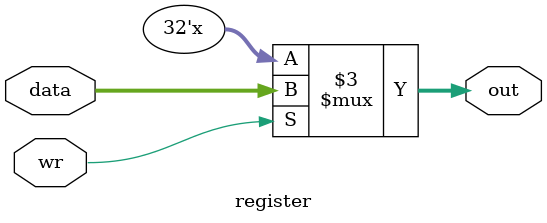
<source format=v>
module register(out,data,wr);
parameter size = 32;
input [size-1:0] data;
input wr;
output reg [size-1:0] out;

initial begin
  out <= 32'b0;
end
always @ ( * ) begin
if(wr) out <= data;
end
endmodule

</source>
